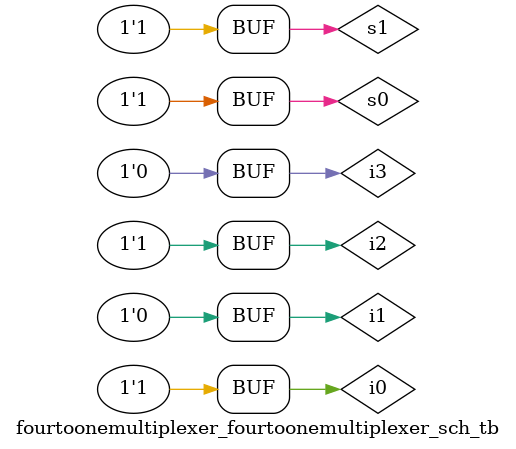
<source format=v>

`timescale 1ns / 1ps

module fourtoonemultiplexer_fourtoonemultiplexer_sch_tb();

// Inputs
	reg s0;
   reg s1;
   reg i0;
   reg i1;
   reg i2;
   reg i3;  

// Output
   wire d;

// Bidirs

// Instantiate the UUT
   fourtoonemultiplexer UUT (
		.s0(s0), 
		.s1(s1),
		.i0(i0), 
		.i1(i1), 
		.i2(i2), 
		.i3(i3), 
		.d(d)
   );
	
	initial begin
		
		i0 = 1;
		i1 = 0;
		i2 = 1;
		i3 = 0;
		
		s0 = 0;
		s1 = 0;
		#100;
		$display("TC11 ");
		if ( d != i0 ) $display ("Result is wrong");
		
		s0 = 0;
		s1 = 1;
		#100;
		$display("TC12 ");
		if ( d != i1 ) $display ("Result is wrong");
		
		s0 = 1;
		s1 = 0;
		#100;
		$display("TC13 ");
		if ( d != i2 ) $display ("Result is wrong");
		
		s0 = 1;
		s1 = 1;
		#100;
		$display("TC14 ");
		if ( d != i3 ) $display ("Result is wrong");

	end
	
endmodule

</source>
